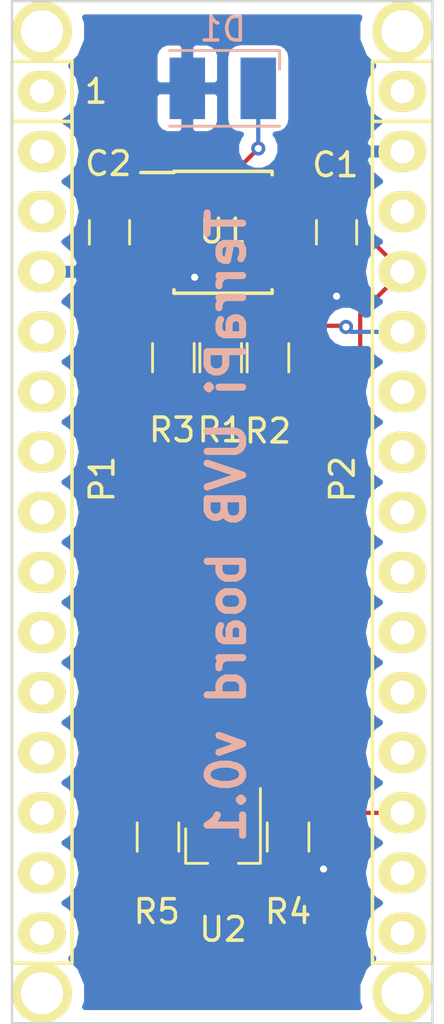
<source format=kicad_pcb>
(kicad_pcb (version 20171130) (host pcbnew 5.0.0-rc2-dev-unknown)

  (general
    (thickness 1.6)
    (drawings 6)
    (tracks 66)
    (zones 0)
    (modules 16)
    (nets 40)
  )

  (page A4)
  (title_block
    (date "jeu. 02 avril 2015")
  )

  (layers
    (0 F.Cu signal)
    (31 B.Cu signal)
    (32 B.Adhes user)
    (33 F.Adhes user)
    (34 B.Paste user)
    (35 F.Paste user)
    (36 B.SilkS user)
    (37 F.SilkS user)
    (38 B.Mask user)
    (39 F.Mask user)
    (40 Dwgs.User user)
    (41 Cmts.User user)
    (42 Eco1.User user)
    (43 Eco2.User user)
    (44 Edge.Cuts user)
    (45 Margin user)
    (46 B.CrtYd user)
    (47 F.CrtYd user)
    (48 B.Fab user)
    (49 F.Fab user)
  )

  (setup
    (last_trace_width 0.1778)
    (trace_clearance 0.127)
    (zone_clearance 0.508)
    (zone_45_only no)
    (trace_min 0.127)
    (segment_width 0.15)
    (edge_width 0.1)
    (via_size 0.6)
    (via_drill 0.3)
    (via_min_size 0.6)
    (via_min_drill 0.3)
    (uvia_size 0.6)
    (uvia_drill 0.3)
    (uvias_allowed no)
    (uvia_min_size 0.6)
    (uvia_min_drill 0.3)
    (pcb_text_width 0.3)
    (pcb_text_size 1.5 1.5)
    (mod_edge_width 0.15)
    (mod_text_size 1 1)
    (mod_text_width 0.15)
    (pad_size 1.5 1.5)
    (pad_drill 0.6)
    (pad_to_mask_clearance 0)
    (aux_axis_origin 138.176 110.617)
    (visible_elements FFFFFF7F)
    (pcbplotparams
      (layerselection 0x010f0_80000001)
      (usegerberextensions false)
      (usegerberattributes false)
      (usegerberadvancedattributes false)
      (creategerberjobfile false)
      (excludeedgelayer true)
      (linewidth 0.100000)
      (plotframeref false)
      (viasonmask false)
      (mode 1)
      (useauxorigin false)
      (hpglpennumber 1)
      (hpglpenspeed 20)
      (hpglpendiameter 15)
      (psnegative false)
      (psa4output false)
      (plotreference true)
      (plotvalue true)
      (plotinvisibletext false)
      (padsonsilk false)
      (subtractmaskfromsilk false)
      (outputformat 1)
      (mirror false)
      (drillshape 0)
      (scaleselection 1)
      (outputdirectory gerbers/))
  )

  (net 0 "")
  (net 1 "/1(Tx)")
  (net 2 "/0(Rx)")
  (net 3 GND)
  (net 4 /2)
  (net 5 "/3(**)")
  (net 6 /4)
  (net 7 "/5(**)")
  (net 8 "/6(**)")
  (net 9 /7)
  (net 10 /8)
  (net 11 "/9(**)")
  (net 12 "/10(**/SS)")
  (net 13 /Vin)
  (net 14 +5V)
  (net 15 /A7)
  (net 16 /A6)
  (net 17 /A5)
  (net 18 /A4)
  (net 19 /A3)
  (net 20 /A2)
  (net 21 /A1)
  (net 22 /A0)
  (net 23 /AREF)
  (net 24 "/13(SCK)")
  (net 25 "Net-(P3-Pad1)")
  (net 26 "Net-(P4-Pad1)")
  (net 27 "Net-(P5-Pad1)")
  (net 28 "Net-(P6-Pad1)")
  (net 29 +3V3)
  (net 30 "/11(**/MOSI)")
  (net 31 "/12(MISO)")
  (net 32 "Net-(C2-Pad1)")
  (net 33 "Net-(C2-Pad2)")
  (net 34 "Net-(U1-Pad1)")
  (net 35 "Net-(U1-Pad5)")
  (net 36 "Net-(U1-Pad8)")
  (net 37 "Net-(U2-Pad3)")
  (net 38 /Reset1)
  (net 39 /Reset2)

  (net_class Default "This is the default net class."
    (clearance 0.127)
    (trace_width 0.1778)
    (via_dia 0.6)
    (via_drill 0.3)
    (uvia_dia 0.6)
    (uvia_drill 0.3)
    (add_net +3V3)
    (add_net +5V)
    (add_net "/0(Rx)")
    (add_net "/1(Tx)")
    (add_net "/10(**/SS)")
    (add_net "/11(**/MOSI)")
    (add_net "/12(MISO)")
    (add_net "/13(SCK)")
    (add_net /2)
    (add_net "/3(**)")
    (add_net /4)
    (add_net "/5(**)")
    (add_net "/6(**)")
    (add_net /7)
    (add_net /8)
    (add_net "/9(**)")
    (add_net /A0)
    (add_net /A1)
    (add_net /A2)
    (add_net /A3)
    (add_net /A4)
    (add_net /A5)
    (add_net /A6)
    (add_net /A7)
    (add_net /AREF)
    (add_net /Reset1)
    (add_net /Reset2)
    (add_net /Vin)
    (add_net GND)
    (add_net "Net-(C2-Pad1)")
    (add_net "Net-(C2-Pad2)")
    (add_net "Net-(P3-Pad1)")
    (add_net "Net-(P4-Pad1)")
    (add_net "Net-(P5-Pad1)")
    (add_net "Net-(P6-Pad1)")
    (add_net "Net-(U1-Pad1)")
    (add_net "Net-(U1-Pad5)")
    (add_net "Net-(U1-Pad8)")
    (add_net "Net-(U2-Pad3)")
  )

  (module Socket_Arduino_Nano:Socket_Strip_Arduino_1x15 locked (layer F.Cu) (tedit 552169C6) (tstamp 551FC9D0)
    (at 139.446 71.247 270)
    (descr "Through hole socket strip")
    (tags "socket strip")
    (path /56D73FAC)
    (fp_text reference P1 (at 16.383 -2.54 270) (layer F.SilkS)
      (effects (font (size 1 1) (thickness 0.15)))
    )
    (fp_text value Digital (at 20.193 -2.54 270) (layer F.Fab)
      (effects (font (size 1 1) (thickness 0.15)))
    )
    (fp_line (start 1.27 -1.27) (end -1.27 -1.27) (layer F.SilkS) (width 0.15))
    (fp_line (start -1.27 -1.27) (end -1.27 1.27) (layer F.SilkS) (width 0.15))
    (fp_line (start -1.27 1.27) (end 1.27 1.27) (layer F.SilkS) (width 0.15))
    (fp_line (start -1.75 -1.75) (end -1.75 1.75) (layer F.CrtYd) (width 0.05))
    (fp_line (start 37.35 -1.75) (end 37.35 1.75) (layer F.CrtYd) (width 0.05))
    (fp_line (start -1.75 -1.75) (end 37.35 -1.75) (layer F.CrtYd) (width 0.05))
    (fp_line (start -1.75 1.75) (end 37.35 1.75) (layer F.CrtYd) (width 0.05))
    (fp_line (start 1.27 -1.27) (end 36.83 -1.27) (layer F.SilkS) (width 0.15))
    (fp_line (start 36.83 -1.27) (end 36.83 1.27) (layer F.SilkS) (width 0.15))
    (fp_line (start 36.83 1.27) (end 1.27 1.27) (layer F.SilkS) (width 0.15))
    (fp_line (start 1.27 1.27) (end 1.27 -1.27) (layer F.SilkS) (width 0.15))
    (pad 1 thru_hole oval (at 0 0 270) (size 1.7272 2.032) (drill 1.016) (layers *.Cu *.Mask F.SilkS)
      (net 1 "/1(Tx)"))
    (pad 2 thru_hole oval (at 2.54 0 270) (size 1.7272 2.032) (drill 1.016) (layers *.Cu *.Mask F.SilkS)
      (net 2 "/0(Rx)"))
    (pad 3 thru_hole oval (at 5.08 0 270) (size 1.7272 2.032) (drill 1.016) (layers *.Cu *.Mask F.SilkS)
      (net 38 /Reset1))
    (pad 4 thru_hole oval (at 7.62 0 270) (size 1.7272 2.032) (drill 1.016) (layers *.Cu *.Mask F.SilkS)
      (net 3 GND))
    (pad 5 thru_hole oval (at 10.16 0 270) (size 1.7272 2.032) (drill 1.016) (layers *.Cu *.Mask F.SilkS)
      (net 4 /2))
    (pad 6 thru_hole oval (at 12.7 0 270) (size 1.7272 2.032) (drill 1.016) (layers *.Cu *.Mask F.SilkS)
      (net 5 "/3(**)"))
    (pad 7 thru_hole oval (at 15.24 0 270) (size 1.7272 2.032) (drill 1.016) (layers *.Cu *.Mask F.SilkS)
      (net 6 /4))
    (pad 8 thru_hole oval (at 17.78 0 270) (size 1.7272 2.032) (drill 1.016) (layers *.Cu *.Mask F.SilkS)
      (net 7 "/5(**)"))
    (pad 9 thru_hole oval (at 20.32 0 270) (size 1.7272 2.032) (drill 1.016) (layers *.Cu *.Mask F.SilkS)
      (net 8 "/6(**)"))
    (pad 10 thru_hole oval (at 22.86 0 270) (size 1.7272 2.032) (drill 1.016) (layers *.Cu *.Mask F.SilkS)
      (net 9 /7))
    (pad 11 thru_hole oval (at 25.4 0 270) (size 1.7272 2.032) (drill 1.016) (layers *.Cu *.Mask F.SilkS)
      (net 10 /8))
    (pad 12 thru_hole oval (at 27.94 0 270) (size 1.7272 2.032) (drill 1.016) (layers *.Cu *.Mask F.SilkS)
      (net 11 "/9(**)"))
    (pad 13 thru_hole oval (at 30.48 0 270) (size 1.7272 2.032) (drill 1.016) (layers *.Cu *.Mask F.SilkS)
      (net 12 "/10(**/SS)"))
    (pad 14 thru_hole oval (at 33.02 0 270) (size 1.7272 2.032) (drill 1.016) (layers *.Cu *.Mask F.SilkS)
      (net 30 "/11(**/MOSI)"))
    (pad 15 thru_hole oval (at 35.56 0 270) (size 1.7272 2.032) (drill 1.016) (layers *.Cu *.Mask F.SilkS)
      (net 31 "/12(MISO)"))
    (model ${KIPRJMOD}/Socket_Arduino_Nano.3dshapes/Socket_header_Arduino_1x15.wrl
      (offset (xyz 17.77999973297119 0 0))
      (scale (xyz 1 1 1))
      (rotate (xyz 0 0 180))
    )
  )

  (module Socket_Arduino_Nano:Socket_Strip_Arduino_1x15 locked (layer F.Cu) (tedit 552169D3) (tstamp 551FC9EE)
    (at 154.686 71.247 270)
    (descr "Through hole socket strip")
    (tags "socket strip")
    (path /56D740C7)
    (fp_text reference P2 (at 16.383 2.54 270) (layer F.SilkS)
      (effects (font (size 1 1) (thickness 0.15)))
    )
    (fp_text value Analog (at 20.193 2.54 270) (layer F.Fab)
      (effects (font (size 1 1) (thickness 0.15)))
    )
    (fp_line (start 1.27 -1.27) (end -1.27 -1.27) (layer F.SilkS) (width 0.15))
    (fp_line (start -1.27 -1.27) (end -1.27 1.27) (layer F.SilkS) (width 0.15))
    (fp_line (start -1.27 1.27) (end 1.27 1.27) (layer F.SilkS) (width 0.15))
    (fp_line (start -1.75 -1.75) (end -1.75 1.75) (layer F.CrtYd) (width 0.05))
    (fp_line (start 37.35 -1.75) (end 37.35 1.75) (layer F.CrtYd) (width 0.05))
    (fp_line (start -1.75 -1.75) (end 37.35 -1.75) (layer F.CrtYd) (width 0.05))
    (fp_line (start -1.75 1.75) (end 37.35 1.75) (layer F.CrtYd) (width 0.05))
    (fp_line (start 1.27 -1.27) (end 36.83 -1.27) (layer F.SilkS) (width 0.15))
    (fp_line (start 36.83 -1.27) (end 36.83 1.27) (layer F.SilkS) (width 0.15))
    (fp_line (start 36.83 1.27) (end 1.27 1.27) (layer F.SilkS) (width 0.15))
    (fp_line (start 1.27 1.27) (end 1.27 -1.27) (layer F.SilkS) (width 0.15))
    (pad 1 thru_hole oval (at 0 0 270) (size 1.7272 2.032) (drill 1.016) (layers *.Cu *.Mask F.SilkS)
      (net 13 /Vin))
    (pad 2 thru_hole oval (at 2.54 0 270) (size 1.7272 2.032) (drill 1.016) (layers *.Cu *.Mask F.SilkS)
      (net 3 GND))
    (pad 3 thru_hole oval (at 5.08 0 270) (size 1.7272 2.032) (drill 1.016) (layers *.Cu *.Mask F.SilkS)
      (net 39 /Reset2))
    (pad 4 thru_hole oval (at 7.62 0 270) (size 1.7272 2.032) (drill 1.016) (layers *.Cu *.Mask F.SilkS)
      (net 14 +5V))
    (pad 5 thru_hole oval (at 10.16 0 270) (size 1.7272 2.032) (drill 1.016) (layers *.Cu *.Mask F.SilkS)
      (net 15 /A7))
    (pad 6 thru_hole oval (at 12.7 0 270) (size 1.7272 2.032) (drill 1.016) (layers *.Cu *.Mask F.SilkS)
      (net 16 /A6))
    (pad 7 thru_hole oval (at 15.24 0 270) (size 1.7272 2.032) (drill 1.016) (layers *.Cu *.Mask F.SilkS)
      (net 17 /A5))
    (pad 8 thru_hole oval (at 17.78 0 270) (size 1.7272 2.032) (drill 1.016) (layers *.Cu *.Mask F.SilkS)
      (net 18 /A4))
    (pad 9 thru_hole oval (at 20.32 0 270) (size 1.7272 2.032) (drill 1.016) (layers *.Cu *.Mask F.SilkS)
      (net 19 /A3))
    (pad 10 thru_hole oval (at 22.86 0 270) (size 1.7272 2.032) (drill 1.016) (layers *.Cu *.Mask F.SilkS)
      (net 20 /A2))
    (pad 11 thru_hole oval (at 25.4 0 270) (size 1.7272 2.032) (drill 1.016) (layers *.Cu *.Mask F.SilkS)
      (net 21 /A1))
    (pad 12 thru_hole oval (at 27.94 0 270) (size 1.7272 2.032) (drill 1.016) (layers *.Cu *.Mask F.SilkS)
      (net 22 /A0))
    (pad 13 thru_hole oval (at 30.48 0 270) (size 1.7272 2.032) (drill 1.016) (layers *.Cu *.Mask F.SilkS)
      (net 23 /AREF))
    (pad 14 thru_hole oval (at 33.02 0 270) (size 1.7272 2.032) (drill 1.016) (layers *.Cu *.Mask F.SilkS)
      (net 29 +3V3))
    (pad 15 thru_hole oval (at 35.56 0 270) (size 1.7272 2.032) (drill 1.016) (layers *.Cu *.Mask F.SilkS)
      (net 24 "/13(SCK)"))
    (model ${KIPRJMOD}/Socket_Arduino_Nano.3dshapes/Socket_header_Arduino_1x15.wrl
      (offset (xyz 17.77999973297119 0 0))
      (scale (xyz 1 1 1))
      (rotate (xyz 0 0 180))
    )
  )

  (module Socket_Arduino_Nano:1pin_Nano locked (layer F.Cu) (tedit 5521156E) (tstamp 55211553)
    (at 139.446 68.707)
    (descr "module 1 pin (ou trou mecanique de percage)")
    (tags DEV)
    (path /56D73ADD)
    (fp_text reference P3 (at 0 -2.032) (layer F.SilkS) hide
      (effects (font (size 1 1) (thickness 0.15)))
    )
    (fp_text value CONN_01X01 (at 0 2.032) (layer F.Fab) hide
      (effects (font (size 1 1) (thickness 0.15)))
    )
    (pad 1 thru_hole circle (at 0 0) (size 2.54 2.54) (drill 1.778) (layers *.Cu *.Mask F.SilkS)
      (net 25 "Net-(P3-Pad1)"))
  )

  (module Socket_Arduino_Nano:1pin_Nano locked (layer F.Cu) (tedit 55211594) (tstamp 55211558)
    (at 139.446 109.347)
    (descr "module 1 pin (ou trou mecanique de percage)")
    (tags DEV)
    (path /56D73D86)
    (fp_text reference P4 (at 0 -2.032) (layer F.SilkS) hide
      (effects (font (size 1 1) (thickness 0.15)))
    )
    (fp_text value CONN_01X01 (at 0 2.032) (layer F.Fab) hide
      (effects (font (size 1 1) (thickness 0.15)))
    )
    (pad 1 thru_hole circle (at 0 0) (size 2.54 2.54) (drill 1.778) (layers *.Cu *.Mask F.SilkS)
      (net 26 "Net-(P4-Pad1)"))
  )

  (module Socket_Arduino_Nano:1pin_Nano locked (layer F.Cu) (tedit 552115A5) (tstamp 5521155D)
    (at 154.686 109.347)
    (descr "module 1 pin (ou trou mecanique de percage)")
    (tags DEV)
    (path /56D73DAE)
    (fp_text reference P5 (at 0 -2.032) (layer F.SilkS) hide
      (effects (font (size 1 1) (thickness 0.15)))
    )
    (fp_text value CONN_01X01 (at 0 2.032) (layer F.Fab) hide
      (effects (font (size 1 1) (thickness 0.15)))
    )
    (pad 1 thru_hole circle (at 0 0) (size 2.54 2.54) (drill 1.778) (layers *.Cu *.Mask F.SilkS)
      (net 27 "Net-(P5-Pad1)"))
  )

  (module Socket_Arduino_Nano:1pin_Nano locked (layer F.Cu) (tedit 552115BD) (tstamp 55211562)
    (at 154.686 68.707)
    (descr "module 1 pin (ou trou mecanique de percage)")
    (tags DEV)
    (path /56D73DD9)
    (fp_text reference P6 (at 0 -2.032) (layer F.SilkS) hide
      (effects (font (size 1 1) (thickness 0.15)))
    )
    (fp_text value CONN_01X01 (at 0 2.032) (layer F.Fab) hide
      (effects (font (size 1 1) (thickness 0.15)))
    )
    (pad 1 thru_hole circle (at 0 0) (size 2.54 2.54) (drill 1.778) (layers *.Cu *.Mask F.SilkS)
      (net 28 "Net-(P6-Pad1)"))
  )

  (module Capacitors_SMD:C_0805_HandSoldering (layer F.Cu) (tedit 5AF9A13C) (tstamp 5AF94ED0)
    (at 151.9 77.2 90)
    (descr "Capacitor SMD 0805, hand soldering")
    (tags "capacitor 0805")
    (path /5AF92F2B)
    (attr smd)
    (fp_text reference C1 (at 2.85 -0.05 180) (layer F.SilkS)
      (effects (font (size 1 1) (thickness 0.15)))
    )
    (fp_text value 0.1uF (at 0 1.75 90) (layer F.Fab)
      (effects (font (size 1 1) (thickness 0.15)))
    )
    (fp_text user %R (at 0 -1.75 90) (layer F.Fab)
      (effects (font (size 1 1) (thickness 0.15)))
    )
    (fp_line (start -1 0.62) (end -1 -0.62) (layer F.Fab) (width 0.1))
    (fp_line (start 1 0.62) (end -1 0.62) (layer F.Fab) (width 0.1))
    (fp_line (start 1 -0.62) (end 1 0.62) (layer F.Fab) (width 0.1))
    (fp_line (start -1 -0.62) (end 1 -0.62) (layer F.Fab) (width 0.1))
    (fp_line (start 0.5 -0.85) (end -0.5 -0.85) (layer F.SilkS) (width 0.12))
    (fp_line (start -0.5 0.85) (end 0.5 0.85) (layer F.SilkS) (width 0.12))
    (fp_line (start -2.25 -0.88) (end 2.25 -0.88) (layer F.CrtYd) (width 0.05))
    (fp_line (start -2.25 -0.88) (end -2.25 0.87) (layer F.CrtYd) (width 0.05))
    (fp_line (start 2.25 0.87) (end 2.25 -0.88) (layer F.CrtYd) (width 0.05))
    (fp_line (start 2.25 0.87) (end -2.25 0.87) (layer F.CrtYd) (width 0.05))
    (pad 1 smd rect (at -1.25 0 90) (size 1.5 1.25) (layers F.Cu F.Paste F.Mask)
      (net 3 GND))
    (pad 2 smd rect (at 1.25 0 90) (size 1.5 1.25) (layers F.Cu F.Paste F.Mask)
      (net 14 +5V))
    (model Capacitors_SMD.3dshapes/C_0805.wrl
      (at (xyz 0 0 0))
      (scale (xyz 1 1 1))
      (rotate (xyz 0 0 0))
    )
  )

  (module Capacitors_SMD:C_0805_HandSoldering (layer F.Cu) (tedit 5AF9A129) (tstamp 5AF94ED6)
    (at 142.3 77.2 90)
    (descr "Capacitor SMD 0805, hand soldering")
    (tags "capacitor 0805")
    (path /5AF92F6E)
    (attr smd)
    (fp_text reference C2 (at 2.9 -0.05 180) (layer F.SilkS)
      (effects (font (size 1 1) (thickness 0.15)))
    )
    (fp_text value 10nF (at 0 1.75 90) (layer F.Fab)
      (effects (font (size 1 1) (thickness 0.15)))
    )
    (fp_text user %R (at 0 -1.75 90) (layer F.Fab)
      (effects (font (size 1 1) (thickness 0.15)))
    )
    (fp_line (start -1 0.62) (end -1 -0.62) (layer F.Fab) (width 0.1))
    (fp_line (start 1 0.62) (end -1 0.62) (layer F.Fab) (width 0.1))
    (fp_line (start 1 -0.62) (end 1 0.62) (layer F.Fab) (width 0.1))
    (fp_line (start -1 -0.62) (end 1 -0.62) (layer F.Fab) (width 0.1))
    (fp_line (start 0.5 -0.85) (end -0.5 -0.85) (layer F.SilkS) (width 0.12))
    (fp_line (start -0.5 0.85) (end 0.5 0.85) (layer F.SilkS) (width 0.12))
    (fp_line (start -2.25 -0.88) (end 2.25 -0.88) (layer F.CrtYd) (width 0.05))
    (fp_line (start -2.25 -0.88) (end -2.25 0.87) (layer F.CrtYd) (width 0.05))
    (fp_line (start 2.25 0.87) (end 2.25 -0.88) (layer F.CrtYd) (width 0.05))
    (fp_line (start 2.25 0.87) (end -2.25 0.87) (layer F.CrtYd) (width 0.05))
    (pad 1 smd rect (at -1.25 0 90) (size 1.5 1.25) (layers F.Cu F.Paste F.Mask)
      (net 32 "Net-(C2-Pad1)"))
    (pad 2 smd rect (at 1.25 0 90) (size 1.5 1.25) (layers F.Cu F.Paste F.Mask)
      (net 33 "Net-(C2-Pad2)"))
    (model Capacitors_SMD.3dshapes/C_0805.wrl
      (at (xyz 0 0 0))
      (scale (xyz 1 1 1))
      (rotate (xyz 0 0 0))
    )
  )

  (module Resistors_SMD:R_0805_HandSoldering (layer F.Cu) (tedit 5AF98805) (tstamp 5AF94EE2)
    (at 149 82.5 90)
    (descr "Resistor SMD 0805, hand soldering")
    (tags "resistor 0805")
    (path /5AF9306C)
    (attr smd)
    (fp_text reference R1 (at -3.05 -2 180) (layer F.SilkS)
      (effects (font (size 1 1) (thickness 0.15)))
    )
    (fp_text value 11K (at 0 1.75 90) (layer F.Fab)
      (effects (font (size 1 1) (thickness 0.15)))
    )
    (fp_text user %R (at 0 0 90) (layer F.Fab)
      (effects (font (size 0.5 0.5) (thickness 0.075)))
    )
    (fp_line (start -1 0.62) (end -1 -0.62) (layer F.Fab) (width 0.1))
    (fp_line (start 1 0.62) (end -1 0.62) (layer F.Fab) (width 0.1))
    (fp_line (start 1 -0.62) (end 1 0.62) (layer F.Fab) (width 0.1))
    (fp_line (start -1 -0.62) (end 1 -0.62) (layer F.Fab) (width 0.1))
    (fp_line (start 0.6 0.88) (end -0.6 0.88) (layer F.SilkS) (width 0.12))
    (fp_line (start -0.6 -0.88) (end 0.6 -0.88) (layer F.SilkS) (width 0.12))
    (fp_line (start -2.35 -0.9) (end 2.35 -0.9) (layer F.CrtYd) (width 0.05))
    (fp_line (start -2.35 -0.9) (end -2.35 0.9) (layer F.CrtYd) (width 0.05))
    (fp_line (start 2.35 0.9) (end 2.35 -0.9) (layer F.CrtYd) (width 0.05))
    (fp_line (start 2.35 0.9) (end -2.35 0.9) (layer F.CrtYd) (width 0.05))
    (pad 1 smd rect (at -1.35 0 90) (size 1.5 1.3) (layers F.Cu F.Paste F.Mask)
      (net 32 "Net-(C2-Pad1)"))
    (pad 2 smd rect (at 1.35 0 90) (size 1.5 1.3) (layers F.Cu F.Paste F.Mask)
      (net 15 /A7))
    (model ${KISYS3DMOD}/Resistors_SMD.3dshapes/R_0805.wrl
      (at (xyz 0 0 0))
      (scale (xyz 1 1 1))
      (rotate (xyz 0 0 0))
    )
  )

  (module Resistors_SMD:R_0805_HandSoldering (layer F.Cu) (tedit 5AF9880C) (tstamp 5AF94EE8)
    (at 147 82.5 270)
    (descr "Resistor SMD 0805, hand soldering")
    (tags "resistor 0805")
    (path /5AF92FB8)
    (attr smd)
    (fp_text reference R2 (at 3.1 -2) (layer F.SilkS)
      (effects (font (size 1 1) (thickness 0.15)))
    )
    (fp_text value 1K (at 0 1.75 270) (layer F.Fab)
      (effects (font (size 1 1) (thickness 0.15)))
    )
    (fp_text user %R (at 0 0 270) (layer F.Fab)
      (effects (font (size 0.5 0.5) (thickness 0.075)))
    )
    (fp_line (start -1 0.62) (end -1 -0.62) (layer F.Fab) (width 0.1))
    (fp_line (start 1 0.62) (end -1 0.62) (layer F.Fab) (width 0.1))
    (fp_line (start 1 -0.62) (end 1 0.62) (layer F.Fab) (width 0.1))
    (fp_line (start -1 -0.62) (end 1 -0.62) (layer F.Fab) (width 0.1))
    (fp_line (start 0.6 0.88) (end -0.6 0.88) (layer F.SilkS) (width 0.12))
    (fp_line (start -0.6 -0.88) (end 0.6 -0.88) (layer F.SilkS) (width 0.12))
    (fp_line (start -2.35 -0.9) (end 2.35 -0.9) (layer F.CrtYd) (width 0.05))
    (fp_line (start -2.35 -0.9) (end -2.35 0.9) (layer F.CrtYd) (width 0.05))
    (fp_line (start 2.35 0.9) (end 2.35 -0.9) (layer F.CrtYd) (width 0.05))
    (fp_line (start 2.35 0.9) (end -2.35 0.9) (layer F.CrtYd) (width 0.05))
    (pad 1 smd rect (at -1.35 0 270) (size 1.5 1.3) (layers F.Cu F.Paste F.Mask)
      (net 3 GND))
    (pad 2 smd rect (at 1.35 0 270) (size 1.5 1.3) (layers F.Cu F.Paste F.Mask)
      (net 32 "Net-(C2-Pad1)"))
    (model ${KISYS3DMOD}/Resistors_SMD.3dshapes/R_0805.wrl
      (at (xyz 0 0 0))
      (scale (xyz 1 1 1))
      (rotate (xyz 0 0 0))
    )
  )

  (module Resistors_SMD:R_0805_HandSoldering (layer F.Cu) (tedit 5AF987FE) (tstamp 5AF94EEE)
    (at 145 82.5 90)
    (descr "Resistor SMD 0805, hand soldering")
    (tags "resistor 0805")
    (path /5AF9301F)
    (attr smd)
    (fp_text reference R3 (at -3.05 -0.05) (layer F.SilkS)
      (effects (font (size 1 1) (thickness 0.15)))
    )
    (fp_text value 10M (at 0 1.75 90) (layer F.Fab)
      (effects (font (size 1 1) (thickness 0.15)))
    )
    (fp_text user %R (at 0 0 90) (layer F.Fab)
      (effects (font (size 0.5 0.5) (thickness 0.075)))
    )
    (fp_line (start -1 0.62) (end -1 -0.62) (layer F.Fab) (width 0.1))
    (fp_line (start 1 0.62) (end -1 0.62) (layer F.Fab) (width 0.1))
    (fp_line (start 1 -0.62) (end 1 0.62) (layer F.Fab) (width 0.1))
    (fp_line (start -1 -0.62) (end 1 -0.62) (layer F.Fab) (width 0.1))
    (fp_line (start 0.6 0.88) (end -0.6 0.88) (layer F.SilkS) (width 0.12))
    (fp_line (start -0.6 -0.88) (end 0.6 -0.88) (layer F.SilkS) (width 0.12))
    (fp_line (start -2.35 -0.9) (end 2.35 -0.9) (layer F.CrtYd) (width 0.05))
    (fp_line (start -2.35 -0.9) (end -2.35 0.9) (layer F.CrtYd) (width 0.05))
    (fp_line (start 2.35 0.9) (end 2.35 -0.9) (layer F.CrtYd) (width 0.05))
    (fp_line (start 2.35 0.9) (end -2.35 0.9) (layer F.CrtYd) (width 0.05))
    (pad 1 smd rect (at -1.35 0 90) (size 1.5 1.3) (layers F.Cu F.Paste F.Mask)
      (net 32 "Net-(C2-Pad1)"))
    (pad 2 smd rect (at 1.35 0 90) (size 1.5 1.3) (layers F.Cu F.Paste F.Mask)
      (net 33 "Net-(C2-Pad2)"))
    (model ${KISYS3DMOD}/Resistors_SMD.3dshapes/R_0805.wrl
      (at (xyz 0 0 0))
      (scale (xyz 1 1 1))
      (rotate (xyz 0 0 0))
    )
  )

  (module Resistors_SMD:R_0805_HandSoldering (layer F.Cu) (tedit 5AF9E34C) (tstamp 5AF94EF4)
    (at 149.85 102.75 270)
    (descr "Resistor SMD 0805, hand soldering")
    (tags "resistor 0805")
    (path /5AF95DD7)
    (attr smd)
    (fp_text reference R4 (at 3.15 0 180) (layer F.SilkS)
      (effects (font (size 1 1) (thickness 0.15)))
    )
    (fp_text value 10K (at 0 1.75 270) (layer F.Fab)
      (effects (font (size 1 1) (thickness 0.15)))
    )
    (fp_text user %R (at 0 0 270) (layer F.Fab)
      (effects (font (size 0.5 0.5) (thickness 0.075)))
    )
    (fp_line (start -1 0.62) (end -1 -0.62) (layer F.Fab) (width 0.1))
    (fp_line (start 1 0.62) (end -1 0.62) (layer F.Fab) (width 0.1))
    (fp_line (start 1 -0.62) (end 1 0.62) (layer F.Fab) (width 0.1))
    (fp_line (start -1 -0.62) (end 1 -0.62) (layer F.Fab) (width 0.1))
    (fp_line (start 0.6 0.88) (end -0.6 0.88) (layer F.SilkS) (width 0.12))
    (fp_line (start -0.6 -0.88) (end 0.6 -0.88) (layer F.SilkS) (width 0.12))
    (fp_line (start -2.35 -0.9) (end 2.35 -0.9) (layer F.CrtYd) (width 0.05))
    (fp_line (start -2.35 -0.9) (end -2.35 0.9) (layer F.CrtYd) (width 0.05))
    (fp_line (start 2.35 0.9) (end 2.35 -0.9) (layer F.CrtYd) (width 0.05))
    (fp_line (start 2.35 0.9) (end -2.35 0.9) (layer F.CrtYd) (width 0.05))
    (pad 1 smd rect (at -1.35 0 270) (size 1.5 1.3) (layers F.Cu F.Paste F.Mask)
      (net 23 /AREF))
    (pad 2 smd rect (at 1.35 0 270) (size 1.5 1.3) (layers F.Cu F.Paste F.Mask)
      (net 3 GND))
    (model ${KISYS3DMOD}/Resistors_SMD.3dshapes/R_0805.wrl
      (at (xyz 0 0 0))
      (scale (xyz 1 1 1))
      (rotate (xyz 0 0 0))
    )
  )

  (module Resistors_SMD:R_0805_HandSoldering (layer F.Cu) (tedit 5AF9E365) (tstamp 5AF94EFA)
    (at 144.35 102.75 90)
    (descr "Resistor SMD 0805, hand soldering")
    (tags "resistor 0805")
    (path /5AF95C2E)
    (attr smd)
    (fp_text reference R5 (at -3.15 -0.05) (layer F.SilkS)
      (effects (font (size 1 1) (thickness 0.15)))
    )
    (fp_text value 750 (at 0 1.75 90) (layer F.Fab)
      (effects (font (size 1 1) (thickness 0.15)))
    )
    (fp_text user %R (at 0 0 90) (layer F.Fab)
      (effects (font (size 0.5 0.5) (thickness 0.075)))
    )
    (fp_line (start -1 0.62) (end -1 -0.62) (layer F.Fab) (width 0.1))
    (fp_line (start 1 0.62) (end -1 0.62) (layer F.Fab) (width 0.1))
    (fp_line (start 1 -0.62) (end 1 0.62) (layer F.Fab) (width 0.1))
    (fp_line (start -1 -0.62) (end 1 -0.62) (layer F.Fab) (width 0.1))
    (fp_line (start 0.6 0.88) (end -0.6 0.88) (layer F.SilkS) (width 0.12))
    (fp_line (start -0.6 -0.88) (end 0.6 -0.88) (layer F.SilkS) (width 0.12))
    (fp_line (start -2.35 -0.9) (end 2.35 -0.9) (layer F.CrtYd) (width 0.05))
    (fp_line (start -2.35 -0.9) (end -2.35 0.9) (layer F.CrtYd) (width 0.05))
    (fp_line (start 2.35 0.9) (end 2.35 -0.9) (layer F.CrtYd) (width 0.05))
    (fp_line (start 2.35 0.9) (end -2.35 0.9) (layer F.CrtYd) (width 0.05))
    (pad 1 smd rect (at -1.35 0 90) (size 1.5 1.3) (layers F.Cu F.Paste F.Mask)
      (net 14 +5V))
    (pad 2 smd rect (at 1.35 0 90) (size 1.5 1.3) (layers F.Cu F.Paste F.Mask)
      (net 23 /AREF))
    (model ${KISYS3DMOD}/Resistors_SMD.3dshapes/R_0805.wrl
      (at (xyz 0 0 0))
      (scale (xyz 1 1 1))
      (rotate (xyz 0 0 0))
    )
  )

  (module Housings_SOIC:SOIC-8_3.9x4.9mm_Pitch1.27mm (layer F.Cu) (tedit 5AF9A14B) (tstamp 5AF94F06)
    (at 147.1 77.2)
    (descr "8-Lead Plastic Small Outline (SN) - Narrow, 3.90 mm Body [SOIC] (see Microchip Packaging Specification 00000049BS.pdf)")
    (tags "SOIC 1.27")
    (path /5AF92DCC)
    (attr smd)
    (fp_text reference U1 (at 0 -0.05) (layer F.SilkS)
      (effects (font (size 1 1) (thickness 0.15)))
    )
    (fp_text value LMC6081IM (at 0 3.5) (layer F.Fab)
      (effects (font (size 1 1) (thickness 0.15)))
    )
    (fp_text user %R (at 0 0) (layer F.Fab)
      (effects (font (size 1 1) (thickness 0.15)))
    )
    (fp_line (start -0.95 -2.45) (end 1.95 -2.45) (layer F.Fab) (width 0.1))
    (fp_line (start 1.95 -2.45) (end 1.95 2.45) (layer F.Fab) (width 0.1))
    (fp_line (start 1.95 2.45) (end -1.95 2.45) (layer F.Fab) (width 0.1))
    (fp_line (start -1.95 2.45) (end -1.95 -1.45) (layer F.Fab) (width 0.1))
    (fp_line (start -1.95 -1.45) (end -0.95 -2.45) (layer F.Fab) (width 0.1))
    (fp_line (start -3.73 -2.7) (end -3.73 2.7) (layer F.CrtYd) (width 0.05))
    (fp_line (start 3.73 -2.7) (end 3.73 2.7) (layer F.CrtYd) (width 0.05))
    (fp_line (start -3.73 -2.7) (end 3.73 -2.7) (layer F.CrtYd) (width 0.05))
    (fp_line (start -3.73 2.7) (end 3.73 2.7) (layer F.CrtYd) (width 0.05))
    (fp_line (start -2.075 -2.575) (end -2.075 -2.525) (layer F.SilkS) (width 0.15))
    (fp_line (start 2.075 -2.575) (end 2.075 -2.43) (layer F.SilkS) (width 0.15))
    (fp_line (start 2.075 2.575) (end 2.075 2.43) (layer F.SilkS) (width 0.15))
    (fp_line (start -2.075 2.575) (end -2.075 2.43) (layer F.SilkS) (width 0.15))
    (fp_line (start -2.075 -2.575) (end 2.075 -2.575) (layer F.SilkS) (width 0.15))
    (fp_line (start -2.075 2.575) (end 2.075 2.575) (layer F.SilkS) (width 0.15))
    (fp_line (start -2.075 -2.525) (end -3.475 -2.525) (layer F.SilkS) (width 0.15))
    (pad 1 smd rect (at -2.7 -1.905) (size 1.55 0.6) (layers F.Cu F.Paste F.Mask)
      (net 34 "Net-(U1-Pad1)"))
    (pad 2 smd rect (at -2.7 -0.635) (size 1.55 0.6) (layers F.Cu F.Paste F.Mask)
      (net 33 "Net-(C2-Pad2)"))
    (pad 3 smd rect (at -2.7 0.635) (size 1.55 0.6) (layers F.Cu F.Paste F.Mask)
      (net 3 GND))
    (pad 4 smd rect (at -2.7 1.905) (size 1.55 0.6) (layers F.Cu F.Paste F.Mask)
      (net 3 GND))
    (pad 5 smd rect (at 2.7 1.905) (size 1.55 0.6) (layers F.Cu F.Paste F.Mask)
      (net 35 "Net-(U1-Pad5)"))
    (pad 6 smd rect (at 2.7 0.635) (size 1.55 0.6) (layers F.Cu F.Paste F.Mask)
      (net 15 /A7))
    (pad 7 smd rect (at 2.7 -0.635) (size 1.55 0.6) (layers F.Cu F.Paste F.Mask)
      (net 14 +5V))
    (pad 8 smd rect (at 2.7 -1.905) (size 1.55 0.6) (layers F.Cu F.Paste F.Mask)
      (net 36 "Net-(U1-Pad8)"))
    (model ${KISYS3DMOD}/Housings_SOIC.3dshapes/SOIC-8_3.9x4.9mm_Pitch1.27mm.wrl
      (at (xyz 0 0 0))
      (scale (xyz 1 1 1))
      (rotate (xyz 0 0 0))
    )
  )

  (module TO_SOT_Packages_SMD:SOT-23_Handsoldering (layer F.Cu) (tedit 5AF9E35A) (tstamp 5AF94F0D)
    (at 147.1 103.1 270)
    (descr "SOT-23, Handsoldering")
    (tags SOT-23)
    (path /5AF95B3E)
    (attr smd)
    (fp_text reference U2 (at 3.55 0) (layer F.SilkS)
      (effects (font (size 1 1) (thickness 0.15)))
    )
    (fp_text value LM4040 (at 0 2.5 270) (layer F.Fab)
      (effects (font (size 1 1) (thickness 0.15)))
    )
    (fp_text user %R (at 0 0) (layer F.Fab)
      (effects (font (size 0.5 0.5) (thickness 0.075)))
    )
    (fp_line (start 0.76 1.58) (end 0.76 0.65) (layer F.SilkS) (width 0.12))
    (fp_line (start 0.76 -1.58) (end 0.76 -0.65) (layer F.SilkS) (width 0.12))
    (fp_line (start -2.7 -1.75) (end 2.7 -1.75) (layer F.CrtYd) (width 0.05))
    (fp_line (start 2.7 -1.75) (end 2.7 1.75) (layer F.CrtYd) (width 0.05))
    (fp_line (start 2.7 1.75) (end -2.7 1.75) (layer F.CrtYd) (width 0.05))
    (fp_line (start -2.7 1.75) (end -2.7 -1.75) (layer F.CrtYd) (width 0.05))
    (fp_line (start 0.76 -1.58) (end -2.4 -1.58) (layer F.SilkS) (width 0.12))
    (fp_line (start -0.7 -0.95) (end -0.7 1.5) (layer F.Fab) (width 0.1))
    (fp_line (start -0.15 -1.52) (end 0.7 -1.52) (layer F.Fab) (width 0.1))
    (fp_line (start -0.7 -0.95) (end -0.15 -1.52) (layer F.Fab) (width 0.1))
    (fp_line (start 0.7 -1.52) (end 0.7 1.52) (layer F.Fab) (width 0.1))
    (fp_line (start -0.7 1.52) (end 0.7 1.52) (layer F.Fab) (width 0.1))
    (fp_line (start 0.76 1.58) (end -0.7 1.58) (layer F.SilkS) (width 0.12))
    (pad 1 smd rect (at -1.5 -0.95 270) (size 1.9 0.8) (layers F.Cu F.Paste F.Mask)
      (net 23 /AREF))
    (pad 2 smd rect (at -1.5 0.95 270) (size 1.9 0.8) (layers F.Cu F.Paste F.Mask)
      (net 3 GND))
    (pad 3 smd rect (at 1.5 0 270) (size 1.9 0.8) (layers F.Cu F.Paste F.Mask)
      (net 37 "Net-(U2-Pad3)"))
    (model ${KISYS3DMOD}/TO_SOT_Packages_SMD.3dshapes\SOT-23.wrl
      (at (xyz 0 0 0))
      (scale (xyz 1 1 1))
      (rotate (xyz 0 0 0))
    )
  )

  (module LEDs:LED_PLCC-2 (layer B.Cu) (tedit 59959404) (tstamp 5B0B8856)
    (at 147.09 71.12 180)
    (descr "LED PLCC-2 SMD package")
    (tags "LED PLCC-2 SMD")
    (path /5AF93C9A)
    (attr smd)
    (fp_text reference D1 (at 0 2.5 180) (layer B.SilkS)
      (effects (font (size 1 1) (thickness 0.15)) (justify mirror))
    )
    (fp_text value D_Photo (at 0 -2.5 180) (layer B.Fab)
      (effects (font (size 1 1) (thickness 0.15)) (justify mirror))
    )
    (fp_text user %R (at 0 0 180) (layer B.Fab)
      (effects (font (size 0.4 0.4) (thickness 0.1)) (justify mirror))
    )
    (fp_line (start -2.4 1.6) (end -2.4 0.8) (layer B.SilkS) (width 0.12))
    (fp_line (start 2.25 1.6) (end -2.4 1.6) (layer B.SilkS) (width 0.12))
    (fp_line (start 2.25 -1.6) (end -2.4 -1.6) (layer B.SilkS) (width 0.12))
    (fp_line (start -2.65 -1.85) (end -2.65 1.85) (layer B.CrtYd) (width 0.05))
    (fp_line (start 2.5 -1.85) (end -2.65 -1.85) (layer B.CrtYd) (width 0.05))
    (fp_line (start 2.5 1.85) (end 2.5 -1.85) (layer B.CrtYd) (width 0.05))
    (fp_line (start -2.65 1.85) (end 2.5 1.85) (layer B.CrtYd) (width 0.05))
    (fp_line (start -1.7 -1.5) (end 1.7 -1.5) (layer B.Fab) (width 0.1))
    (fp_line (start -1.7 1.5) (end -1.7 -1.5) (layer B.Fab) (width 0.1))
    (fp_line (start 1.7 1.5) (end -1.7 1.5) (layer B.Fab) (width 0.1))
    (fp_line (start 1.7 -1.5) (end 1.7 1.5) (layer B.Fab) (width 0.1))
    (fp_line (start -1.7 0.6) (end -0.8 1.5) (layer B.Fab) (width 0.1))
    (fp_circle (center 0 0) (end 0 1.25) (layer B.Fab) (width 0.1))
    (pad 2 smd rect (at 1.5 0 180) (size 1.5 2.6) (layers B.Cu B.Paste B.Mask)
      (net 3 GND))
    (pad 1 smd rect (at -1.5 0 180) (size 1.5 2.6) (layers B.Cu B.Paste B.Mask)
      (net 33 "Net-(C2-Pad2)"))
    (model ${KISYS3DMOD}/LEDs.3dshapes/LED_PLCC-2.wrl
      (at (xyz 0 0 0))
      (scale (xyz 1 1 1))
      (rotate (xyz 0 0 0))
    )
  )

  (gr_text "TerraPi UVB board v0.1" (at 147.25 89.6 90) (layer B.SilkS)
    (effects (font (size 1.5 1.5) (thickness 0.3)) (justify mirror))
  )
  (gr_text 1 (at 141.732 71.247) (layer F.SilkS)
    (effects (font (size 1 1) (thickness 0.15)))
  )
  (gr_line (start 138.176 67.437) (end 138.176 110.617) (angle 90) (layer Edge.Cuts) (width 0.1))
  (gr_line (start 155.956 67.437) (end 138.176 67.437) (angle 90) (layer Edge.Cuts) (width 0.1))
  (gr_line (start 155.956 110.617) (end 155.956 67.437) (angle 90) (layer Edge.Cuts) (width 0.1))
  (gr_line (start 138.176 110.617) (end 155.956 110.617) (angle 90) (layer Edge.Cuts) (width 0.1))

  (segment (start 149.85 104.1) (end 151.35 104.1) (width 0.1778) (layer F.Cu) (net 3) (status 10))
  (via (at 151.35 104.1) (size 0.6) (drill 0.3) (layers F.Cu B.Cu) (net 3))
  (segment (start 146.15 101.6) (end 146.15 101.9) (width 0.1778) (layer F.Cu) (net 3) (status 30))
  (segment (start 146.15 101.9) (end 148.35 104.1) (width 0.1778) (layer F.Cu) (net 3) (tstamp 5AF9E25C) (status 10))
  (segment (start 148.35 104.1) (end 149.85 104.1) (width 0.1778) (layer F.Cu) (net 3) (tstamp 5AF9E266) (status 20))
  (segment (start 145.9 79.1) (end 145.9 80.05) (width 0.1778) (layer F.Cu) (net 3))
  (segment (start 145.895 79.105) (end 145.9 79.1) (width 0.1778) (layer F.Cu) (net 3) (tstamp 5AF984D6))
  (via (at 145.9 79.1) (size 0.6) (drill 0.3) (layers F.Cu B.Cu) (net 3))
  (segment (start 144.4 79.105) (end 145.895 79.105) (width 0.1778) (layer F.Cu) (net 3) (status 10))
  (segment (start 145.9 80.05) (end 147 81.15) (width 0.1778) (layer F.Cu) (net 3) (tstamp 5AF984E1) (status 20))
  (segment (start 147 81.15) (end 147 80.5) (width 0.1778) (layer F.Cu) (net 3) (status 30))
  (segment (start 151.9 78.45) (end 151.9 79.9) (width 0.1778) (layer F.Cu) (net 3) (status 10))
  (via (at 151.9 79.9) (size 0.6) (drill 0.3) (layers F.Cu B.Cu) (net 3))
  (segment (start 144.4 79.105) (end 143.895 79.105) (width 0.1778) (layer F.Cu) (net 3) (status 30))
  (segment (start 144.4 77.835) (end 144.4 79.105) (width 0.1778) (layer F.Cu) (net 3) (status 30))
  (segment (start 144.35 104.1) (end 143.55 104.1) (width 0.1778) (layer F.Cu) (net 14) (status 10))
  (segment (start 152.9 80.653) (end 154.686 78.867) (width 0.1778) (layer F.Cu) (net 14) (tstamp 5AF9E2F4) (status 20))
  (segment (start 152.9 98) (end 152.9 80.653) (width 0.1778) (layer F.Cu) (net 14) (tstamp 5AF9E2E5))
  (segment (start 151.6 99.3) (end 152.9 98) (width 0.1778) (layer F.Cu) (net 14) (tstamp 5AF9E2E3))
  (segment (start 144 99.3) (end 151.6 99.3) (width 0.1778) (layer F.Cu) (net 14) (tstamp 5AF9E2E0))
  (segment (start 143.05 100.25) (end 144 99.3) (width 0.1778) (layer F.Cu) (net 14) (tstamp 5AF9E2DC))
  (segment (start 143.05 103.6) (end 143.05 100.25) (width 0.1778) (layer F.Cu) (net 14) (tstamp 5AF9E2D7))
  (segment (start 143.55 104.1) (end 143.05 103.6) (width 0.1778) (layer F.Cu) (net 14) (tstamp 5AF9E2D5))
  (segment (start 153.833 78.867) (end 154.686 78.867) (width 0.1778) (layer F.Cu) (net 14) (tstamp 5AF9E039) (status 30))
  (segment (start 154.686 78.867) (end 154.686 79.014) (width 0.1778) (layer F.Cu) (net 14) (status 30))
  (segment (start 154.686 78.867) (end 154.533 78.867) (width 0.1778) (layer F.Cu) (net 14) (status 30))
  (segment (start 154.686 78.867) (end 153.933 78.867) (width 0.1778) (layer F.Cu) (net 14) (status 30))
  (segment (start 151.9 75.95) (end 150.415 75.95) (width 0.1778) (layer F.Cu) (net 14) (status 10))
  (segment (start 150.415 75.95) (end 149.8 76.565) (width 0.1778) (layer F.Cu) (net 14) (tstamp 5AF97F61) (status 20))
  (segment (start 151.9 75.95) (end 151.9 76.081) (width 0.1778) (layer F.Cu) (net 14) (status 30))
  (segment (start 151.9 76.081) (end 154.686 78.867) (width 0.1778) (layer F.Cu) (net 14) (tstamp 5AF97F5C) (status 30))
  (segment (start 150.05 81.15) (end 152.25 81.15) (width 0.1778) (layer F.Cu) (net 15))
  (segment (start 152.507 81.407) (end 154.686 81.407) (width 0.1778) (layer B.Cu) (net 15) (tstamp 5AF9843E) (status 20))
  (segment (start 152.3 81.2) (end 152.507 81.407) (width 0.1778) (layer B.Cu) (net 15) (tstamp 5AF9843D))
  (via (at 152.3 81.2) (size 0.6) (drill 0.3) (layers F.Cu B.Cu) (net 15))
  (segment (start 152.25 81.15) (end 152.3 81.2) (width 0.1778) (layer F.Cu) (net 15) (tstamp 5AF9843A))
  (segment (start 149.8 77.835) (end 150.135 77.835) (width 0.1778) (layer F.Cu) (net 15) (status 30))
  (segment (start 150.135 77.835) (end 150.85 78.55) (width 0.1778) (layer F.Cu) (net 15) (tstamp 5AF98358) (status 10))
  (segment (start 150.1 81.15) (end 150.05 81.15) (width 0.1778) (layer F.Cu) (net 15) (tstamp 5AF98368))
  (segment (start 150.05 81.15) (end 149 81.15) (width 0.1778) (layer F.Cu) (net 15) (tstamp 5AF98438) (status 20))
  (segment (start 150.85 80.4) (end 150.1 81.15) (width 0.1778) (layer F.Cu) (net 15) (tstamp 5AF98364))
  (segment (start 150.85 78.55) (end 150.85 80.4) (width 0.1778) (layer F.Cu) (net 15) (tstamp 5AF9835E))
  (segment (start 148.05 101.6) (end 148.05 100.65) (width 0.1778) (layer F.Cu) (net 23) (status 30))
  (segment (start 148.05 100.65) (end 147.45 100.05) (width 0.1778) (layer F.Cu) (net 23) (tstamp 5AF9E24C) (status 10))
  (segment (start 144.35 100.45) (end 144.35 101.4) (width 0.1778) (layer F.Cu) (net 23) (tstamp 5AF9E255) (status 20))
  (segment (start 144.75 100.05) (end 144.35 100.45) (width 0.1778) (layer F.Cu) (net 23) (tstamp 5AF9E252))
  (segment (start 147.45 100.05) (end 144.75 100.05) (width 0.1778) (layer F.Cu) (net 23) (tstamp 5AF9E250))
  (segment (start 149.85 101.4) (end 148.25 101.4) (width 0.1778) (layer F.Cu) (net 23) (status 30))
  (segment (start 148.25 101.4) (end 148.05 101.6) (width 0.1778) (layer F.Cu) (net 23) (tstamp 5AF9E243) (status 30))
  (segment (start 154.686 101.727) (end 150.177 101.727) (width 0.1778) (layer F.Cu) (net 23) (status 30))
  (segment (start 150.177 101.727) (end 149.85 101.4) (width 0.1778) (layer F.Cu) (net 23) (tstamp 5AF9E23E) (status 30))
  (segment (start 154.559 101.6) (end 154.686 101.727) (width 0.1778) (layer F.Cu) (net 23) (tstamp 5AF97F73) (status 30))
  (segment (start 147 83.85) (end 149 83.85) (width 0.1778) (layer F.Cu) (net 32) (status 30))
  (segment (start 145 83.85) (end 147 83.85) (width 0.1778) (layer F.Cu) (net 32) (status 30))
  (segment (start 142.3 78.45) (end 142.3 81.15) (width 0.1778) (layer F.Cu) (net 32) (status 10))
  (segment (start 142.3 81.15) (end 145 83.85) (width 0.1778) (layer F.Cu) (net 32) (tstamp 5AF97F3D) (status 20))
  (segment (start 143.35 76.55) (end 143.35 79.5) (width 0.1778) (layer F.Cu) (net 33))
  (segment (start 143.35 79.5) (end 145 81.15) (width 0.1778) (layer F.Cu) (net 33) (tstamp 5AF984B7) (status 20))
  (segment (start 142.3 75.95) (end 142.75 75.95) (width 0.1778) (layer F.Cu) (net 33) (status 30))
  (segment (start 142.75 75.95) (end 143.35 76.55) (width 0.1778) (layer F.Cu) (net 33) (tstamp 5AF97F1E) (status 10))
  (segment (start 143.35 76.55) (end 143.365 76.565) (width 0.1778) (layer F.Cu) (net 33) (tstamp 5AF984B5))
  (segment (start 143.365 76.565) (end 144.4 76.565) (width 0.1778) (layer F.Cu) (net 33) (tstamp 5AF97F22) (status 20))
  (via (at 148.59 73.66) (size 0.6) (drill 0.3) (layers F.Cu B.Cu) (net 33))
  (segment (start 148.59 71.12) (end 148.59 73.66) (width 0.1778) (layer B.Cu) (net 33))
  (segment (start 145.685 76.565) (end 144.4 76.565) (width 0.1778) (layer F.Cu) (net 33))
  (segment (start 148.59 73.66) (end 145.685 76.565) (width 0.1778) (layer F.Cu) (net 33))

  (zone (net 3) (net_name GND) (layer B.Cu) (tstamp 5AF9278C) (hatch edge 0.508)
    (connect_pads (clearance 0.508))
    (min_thickness 0.254)
    (fill yes (arc_segments 16) (thermal_gap 0.508) (thermal_bridge_width 0.508))
    (polygon
      (pts
        (xy 138.17 67.45) (xy 155.94 67.45) (xy 155.94 110.62) (xy 138.17 110.62)
      )
    )
    (filled_polygon
      (pts
        (xy 152.781 68.328072) (xy 152.781 69.085928) (xy 153.071019 69.786096) (xy 153.452498 70.167575) (xy 153.12195 70.662275)
        (xy 153.005641 71.247) (xy 153.12195 71.831725) (xy 153.45317 72.32743) (xy 153.742732 72.52091) (xy 153.335268 72.884964)
        (xy 153.081291 73.412209) (xy 153.078642 73.427974) (xy 153.199783 73.66) (xy 154.559 73.66) (xy 154.559 73.64)
        (xy 154.813 73.64) (xy 154.813 73.66) (xy 154.833 73.66) (xy 154.833 73.914) (xy 154.813 73.914)
        (xy 154.813 73.934) (xy 154.559 73.934) (xy 154.559 73.914) (xy 153.199783 73.914) (xy 153.078642 74.146026)
        (xy 153.081291 74.161791) (xy 153.335268 74.689036) (xy 153.742732 75.05309) (xy 153.45317 75.24657) (xy 153.12195 75.742275)
        (xy 153.005641 76.327) (xy 153.12195 76.911725) (xy 153.45317 77.40743) (xy 153.736881 77.597) (xy 153.45317 77.78657)
        (xy 153.12195 78.282275) (xy 153.005641 78.867) (xy 153.12195 79.451725) (xy 153.45317 79.94743) (xy 153.736881 80.137)
        (xy 153.45317 80.32657) (xy 153.214944 80.6831) (xy 153.09793 80.6831) (xy 153.092655 80.670365) (xy 152.829635 80.407345)
        (xy 152.485983 80.265) (xy 152.114017 80.265) (xy 151.770365 80.407345) (xy 151.507345 80.670365) (xy 151.365 81.014017)
        (xy 151.365 81.385983) (xy 151.507345 81.729635) (xy 151.770365 81.992655) (xy 152.114017 82.135) (xy 152.456314 82.135)
        (xy 152.506999 82.145082) (xy 152.578296 82.1309) (xy 153.214944 82.1309) (xy 153.45317 82.48743) (xy 153.736881 82.677)
        (xy 153.45317 82.86657) (xy 153.12195 83.362275) (xy 153.005641 83.947) (xy 153.12195 84.531725) (xy 153.45317 85.02743)
        (xy 153.736881 85.217) (xy 153.45317 85.40657) (xy 153.12195 85.902275) (xy 153.005641 86.487) (xy 153.12195 87.071725)
        (xy 153.45317 87.56743) (xy 153.736881 87.757) (xy 153.45317 87.94657) (xy 153.12195 88.442275) (xy 153.005641 89.027)
        (xy 153.12195 89.611725) (xy 153.45317 90.10743) (xy 153.736881 90.297) (xy 153.45317 90.48657) (xy 153.12195 90.982275)
        (xy 153.005641 91.567) (xy 153.12195 92.151725) (xy 153.45317 92.64743) (xy 153.736881 92.837) (xy 153.45317 93.02657)
        (xy 153.12195 93.522275) (xy 153.005641 94.107) (xy 153.12195 94.691725) (xy 153.45317 95.18743) (xy 153.736881 95.377)
        (xy 153.45317 95.56657) (xy 153.12195 96.062275) (xy 153.005641 96.647) (xy 153.12195 97.231725) (xy 153.45317 97.72743)
        (xy 153.736881 97.917) (xy 153.45317 98.10657) (xy 153.12195 98.602275) (xy 153.005641 99.187) (xy 153.12195 99.771725)
        (xy 153.45317 100.26743) (xy 153.736881 100.457) (xy 153.45317 100.64657) (xy 153.12195 101.142275) (xy 153.005641 101.727)
        (xy 153.12195 102.311725) (xy 153.45317 102.80743) (xy 153.736881 102.997) (xy 153.45317 103.18657) (xy 153.12195 103.682275)
        (xy 153.005641 104.267) (xy 153.12195 104.851725) (xy 153.45317 105.34743) (xy 153.736881 105.537) (xy 153.45317 105.72657)
        (xy 153.12195 106.222275) (xy 153.005641 106.807) (xy 153.12195 107.391725) (xy 153.452498 107.886425) (xy 153.071019 108.267904)
        (xy 152.781 108.968072) (xy 152.781 109.725928) (xy 152.866358 109.932) (xy 141.265642 109.932) (xy 141.351 109.725928)
        (xy 141.351 108.968072) (xy 141.060981 108.267904) (xy 140.679502 107.886425) (xy 141.01005 107.391725) (xy 141.126359 106.807)
        (xy 141.01005 106.222275) (xy 140.67883 105.72657) (xy 140.395119 105.537) (xy 140.67883 105.34743) (xy 141.01005 104.851725)
        (xy 141.126359 104.267) (xy 141.01005 103.682275) (xy 140.67883 103.18657) (xy 140.395119 102.997) (xy 140.67883 102.80743)
        (xy 141.01005 102.311725) (xy 141.126359 101.727) (xy 141.01005 101.142275) (xy 140.67883 100.64657) (xy 140.395119 100.457)
        (xy 140.67883 100.26743) (xy 141.01005 99.771725) (xy 141.126359 99.187) (xy 141.01005 98.602275) (xy 140.67883 98.10657)
        (xy 140.395119 97.917) (xy 140.67883 97.72743) (xy 141.01005 97.231725) (xy 141.126359 96.647) (xy 141.01005 96.062275)
        (xy 140.67883 95.56657) (xy 140.395119 95.377) (xy 140.67883 95.18743) (xy 141.01005 94.691725) (xy 141.126359 94.107)
        (xy 141.01005 93.522275) (xy 140.67883 93.02657) (xy 140.395119 92.837) (xy 140.67883 92.64743) (xy 141.01005 92.151725)
        (xy 141.126359 91.567) (xy 141.01005 90.982275) (xy 140.67883 90.48657) (xy 140.395119 90.297) (xy 140.67883 90.10743)
        (xy 141.01005 89.611725) (xy 141.126359 89.027) (xy 141.01005 88.442275) (xy 140.67883 87.94657) (xy 140.395119 87.757)
        (xy 140.67883 87.56743) (xy 141.01005 87.071725) (xy 141.126359 86.487) (xy 141.01005 85.902275) (xy 140.67883 85.40657)
        (xy 140.395119 85.217) (xy 140.67883 85.02743) (xy 141.01005 84.531725) (xy 141.126359 83.947) (xy 141.01005 83.362275)
        (xy 140.67883 82.86657) (xy 140.395119 82.677) (xy 140.67883 82.48743) (xy 141.01005 81.991725) (xy 141.126359 81.407)
        (xy 141.01005 80.822275) (xy 140.67883 80.32657) (xy 140.389268 80.13309) (xy 140.796732 79.769036) (xy 141.050709 79.241791)
        (xy 141.053358 79.226026) (xy 140.932217 78.994) (xy 139.573 78.994) (xy 139.573 79.014) (xy 139.319 79.014)
        (xy 139.319 78.994) (xy 139.299 78.994) (xy 139.299 78.74) (xy 139.319 78.74) (xy 139.319 78.72)
        (xy 139.573 78.72) (xy 139.573 78.74) (xy 140.932217 78.74) (xy 141.053358 78.507974) (xy 141.050709 78.492209)
        (xy 140.796732 77.964964) (xy 140.389268 77.60091) (xy 140.67883 77.40743) (xy 141.01005 76.911725) (xy 141.126359 76.327)
        (xy 141.01005 75.742275) (xy 140.67883 75.24657) (xy 140.395119 75.057) (xy 140.67883 74.86743) (xy 141.01005 74.371725)
        (xy 141.126359 73.787) (xy 141.01005 73.202275) (xy 140.67883 72.70657) (xy 140.395119 72.517) (xy 140.67883 72.32743)
        (xy 141.01005 71.831725) (xy 141.094781 71.40575) (xy 144.205 71.40575) (xy 144.205 72.54631) (xy 144.301673 72.779699)
        (xy 144.480302 72.958327) (xy 144.713691 73.055) (xy 145.30425 73.055) (xy 145.463 72.89625) (xy 145.463 71.247)
        (xy 145.717 71.247) (xy 145.717 72.89625) (xy 145.87575 73.055) (xy 146.466309 73.055) (xy 146.699698 72.958327)
        (xy 146.878327 72.779699) (xy 146.975 72.54631) (xy 146.975 71.40575) (xy 146.81625 71.247) (xy 145.717 71.247)
        (xy 145.463 71.247) (xy 144.36375 71.247) (xy 144.205 71.40575) (xy 141.094781 71.40575) (xy 141.126359 71.247)
        (xy 141.01005 70.662275) (xy 140.679502 70.167575) (xy 141.060981 69.786096) (xy 141.099256 69.69369) (xy 144.205 69.69369)
        (xy 144.205 70.83425) (xy 144.36375 70.993) (xy 145.463 70.993) (xy 145.463 69.34375) (xy 145.717 69.34375)
        (xy 145.717 70.993) (xy 146.81625 70.993) (xy 146.975 70.83425) (xy 146.975 69.82) (xy 147.19256 69.82)
        (xy 147.19256 72.42) (xy 147.241843 72.667765) (xy 147.382191 72.877809) (xy 147.592235 73.018157) (xy 147.84 73.06744)
        (xy 147.86027 73.06744) (xy 147.797345 73.130365) (xy 147.655 73.474017) (xy 147.655 73.845983) (xy 147.797345 74.189635)
        (xy 148.060365 74.452655) (xy 148.404017 74.595) (xy 148.775983 74.595) (xy 149.119635 74.452655) (xy 149.382655 74.189635)
        (xy 149.525 73.845983) (xy 149.525 73.474017) (xy 149.382655 73.130365) (xy 149.31973 73.06744) (xy 149.34 73.06744)
        (xy 149.587765 73.018157) (xy 149.797809 72.877809) (xy 149.938157 72.667765) (xy 149.98744 72.42) (xy 149.98744 69.82)
        (xy 149.938157 69.572235) (xy 149.797809 69.362191) (xy 149.587765 69.221843) (xy 149.34 69.17256) (xy 147.84 69.17256)
        (xy 147.592235 69.221843) (xy 147.382191 69.362191) (xy 147.241843 69.572235) (xy 147.19256 69.82) (xy 146.975 69.82)
        (xy 146.975 69.69369) (xy 146.878327 69.460301) (xy 146.699698 69.281673) (xy 146.466309 69.185) (xy 145.87575 69.185)
        (xy 145.717 69.34375) (xy 145.463 69.34375) (xy 145.30425 69.185) (xy 144.713691 69.185) (xy 144.480302 69.281673)
        (xy 144.301673 69.460301) (xy 144.205 69.69369) (xy 141.099256 69.69369) (xy 141.351 69.085928) (xy 141.351 68.328072)
        (xy 141.265642 68.122) (xy 152.866358 68.122)
      )
    )
  )
)

</source>
